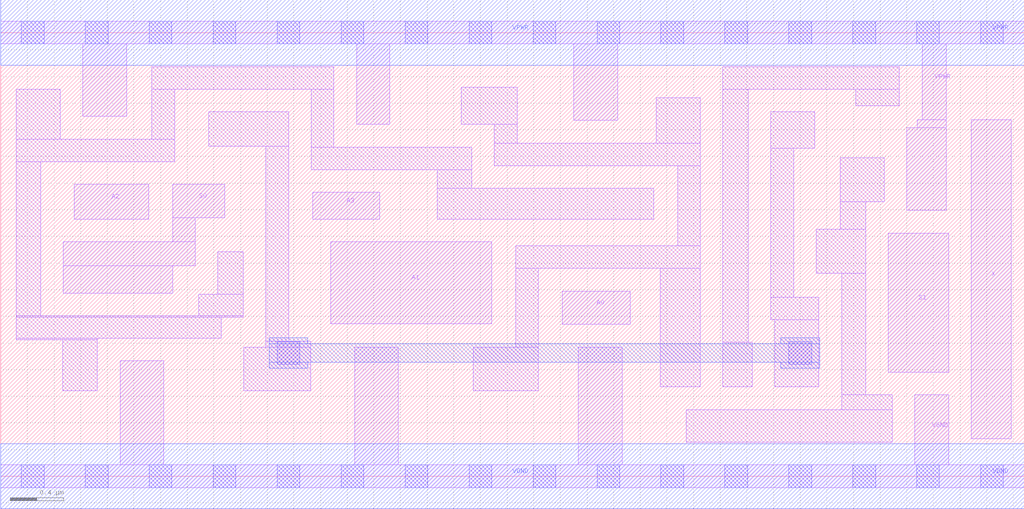
<source format=lef>
# Copyright 2020 The SkyWater PDK Authors
#
# Licensed under the Apache License, Version 2.0 (the "License");
# you may not use this file except in compliance with the License.
# You may obtain a copy of the License at
#
#     https://www.apache.org/licenses/LICENSE-2.0
#
# Unless required by applicable law or agreed to in writing, software
# distributed under the License is distributed on an "AS IS" BASIS,
# WITHOUT WARRANTIES OR CONDITIONS OF ANY KIND, either express or implied.
# See the License for the specific language governing permissions and
# limitations under the License.
#
# SPDX-License-Identifier: Apache-2.0

VERSION 5.7 ;
  NAMESCASESENSITIVE ON ;
  NOWIREEXTENSIONATPIN ON ;
  DIVIDERCHAR "/" ;
  BUSBITCHARS "[]" ;
UNITS
  DATABASE MICRONS 200 ;
END UNITS
MACRO sky130_fd_sc_lp__mux4_0
  CLASS CORE ;
  SOURCE USER ;
  FOREIGN sky130_fd_sc_lp__mux4_0 ;
  ORIGIN  0.000000  0.000000 ;
  SIZE  7.680000 BY  3.330000 ;
  SYMMETRY X Y R90 ;
  SITE unit ;
  PIN A0
    ANTENNAGATEAREA  0.126000 ;
    DIRECTION INPUT ;
    USE SIGNAL ;
    PORT
      LAYER li1 ;
        RECT 4.215000 1.140000 4.725000 1.390000 ;
    END
  END A0
  PIN A1
    ANTENNAGATEAREA  0.126000 ;
    DIRECTION INPUT ;
    USE SIGNAL ;
    PORT
      LAYER li1 ;
        RECT 2.475000 1.145000 3.685000 1.760000 ;
    END
  END A1
  PIN A2
    ANTENNAGATEAREA  0.126000 ;
    DIRECTION INPUT ;
    USE SIGNAL ;
    PORT
      LAYER li1 ;
        RECT 0.550000 1.930000 1.110000 2.190000 ;
    END
  END A2
  PIN A3
    ANTENNAGATEAREA  0.126000 ;
    DIRECTION INPUT ;
    USE SIGNAL ;
    PORT
      LAYER li1 ;
        RECT 2.340000 1.930000 2.845000 2.130000 ;
    END
  END A3
  PIN S0
    ANTENNAGATEAREA  0.378000 ;
    DIRECTION INPUT ;
    USE SIGNAL ;
    PORT
      LAYER li1 ;
        RECT 0.470000 1.375000 1.290000 1.580000 ;
        RECT 0.470000 1.580000 1.460000 1.760000 ;
        RECT 1.290000 1.760000 1.460000 1.940000 ;
        RECT 1.290000 1.940000 1.680000 2.190000 ;
    END
  END S0
  PIN S1
    ANTENNAGATEAREA  0.252000 ;
    DIRECTION INPUT ;
    USE SIGNAL ;
    PORT
      LAYER li1 ;
        RECT 6.660000 0.780000 7.115000 1.825000 ;
    END
  END S1
  PIN X
    ANTENNADIFFAREA  0.280900 ;
    DIRECTION OUTPUT ;
    USE SIGNAL ;
    PORT
      LAYER li1 ;
        RECT 7.285000 0.280000 7.585000 2.675000 ;
    END
  END X
  PIN VGND
    DIRECTION INOUT ;
    USE GROUND ;
    PORT
      LAYER li1 ;
        RECT 0.000000 -0.085000 7.680000 0.085000 ;
        RECT 0.895000  0.085000 1.225000 0.865000 ;
        RECT 2.655000  0.085000 2.985000 0.970000 ;
        RECT 4.335000  0.085000 4.665000 0.970000 ;
        RECT 6.860000  0.085000 7.115000 0.610000 ;
      LAYER mcon ;
        RECT 0.155000 -0.085000 0.325000 0.085000 ;
        RECT 0.635000 -0.085000 0.805000 0.085000 ;
        RECT 1.115000 -0.085000 1.285000 0.085000 ;
        RECT 1.595000 -0.085000 1.765000 0.085000 ;
        RECT 2.075000 -0.085000 2.245000 0.085000 ;
        RECT 2.555000 -0.085000 2.725000 0.085000 ;
        RECT 3.035000 -0.085000 3.205000 0.085000 ;
        RECT 3.515000 -0.085000 3.685000 0.085000 ;
        RECT 3.995000 -0.085000 4.165000 0.085000 ;
        RECT 4.475000 -0.085000 4.645000 0.085000 ;
        RECT 4.955000 -0.085000 5.125000 0.085000 ;
        RECT 5.435000 -0.085000 5.605000 0.085000 ;
        RECT 5.915000 -0.085000 6.085000 0.085000 ;
        RECT 6.395000 -0.085000 6.565000 0.085000 ;
        RECT 6.875000 -0.085000 7.045000 0.085000 ;
        RECT 7.355000 -0.085000 7.525000 0.085000 ;
      LAYER met1 ;
        RECT 0.000000 -0.245000 7.680000 0.245000 ;
    END
  END VGND
  PIN VPWR
    DIRECTION INOUT ;
    USE POWER ;
    PORT
      LAYER li1 ;
        RECT 0.000000 3.245000 7.680000 3.415000 ;
        RECT 0.615000 2.700000 0.945000 3.245000 ;
        RECT 2.670000 2.640000 2.920000 3.245000 ;
        RECT 4.300000 2.670000 4.630000 3.245000 ;
        RECT 6.800000 1.995000 7.095000 2.615000 ;
        RECT 6.880000 2.615000 7.095000 2.675000 ;
        RECT 6.915000 2.675000 7.095000 3.245000 ;
      LAYER mcon ;
        RECT 0.155000 3.245000 0.325000 3.415000 ;
        RECT 0.635000 3.245000 0.805000 3.415000 ;
        RECT 1.115000 3.245000 1.285000 3.415000 ;
        RECT 1.595000 3.245000 1.765000 3.415000 ;
        RECT 2.075000 3.245000 2.245000 3.415000 ;
        RECT 2.555000 3.245000 2.725000 3.415000 ;
        RECT 3.035000 3.245000 3.205000 3.415000 ;
        RECT 3.515000 3.245000 3.685000 3.415000 ;
        RECT 3.995000 3.245000 4.165000 3.415000 ;
        RECT 4.475000 3.245000 4.645000 3.415000 ;
        RECT 4.955000 3.245000 5.125000 3.415000 ;
        RECT 5.435000 3.245000 5.605000 3.415000 ;
        RECT 5.915000 3.245000 6.085000 3.415000 ;
        RECT 6.395000 3.245000 6.565000 3.415000 ;
        RECT 6.875000 3.245000 7.045000 3.415000 ;
        RECT 7.355000 3.245000 7.525000 3.415000 ;
      LAYER met1 ;
        RECT 0.000000 3.085000 7.680000 3.575000 ;
    END
  END VPWR
  OBS
    LAYER li1 ;
      RECT 0.115000 1.025000 0.725000 1.035000 ;
      RECT 0.115000 1.035000 1.655000 1.195000 ;
      RECT 0.115000 1.195000 1.820000 1.205000 ;
      RECT 0.115000 1.205000 0.300000 2.360000 ;
      RECT 0.115000 2.360000 1.305000 2.530000 ;
      RECT 0.115000 2.530000 0.445000 2.905000 ;
      RECT 0.465000 0.640000 0.725000 1.025000 ;
      RECT 1.135000 2.530000 1.305000 2.905000 ;
      RECT 1.135000 2.905000 2.500000 3.075000 ;
      RECT 1.485000 1.205000 1.820000 1.365000 ;
      RECT 1.560000 2.475000 2.160000 2.735000 ;
      RECT 1.630000 1.365000 1.820000 1.685000 ;
      RECT 1.825000 0.640000 2.325000 0.970000 ;
      RECT 1.990000 0.970000 2.325000 1.015000 ;
      RECT 1.990000 1.015000 2.160000 2.475000 ;
      RECT 2.330000 2.300000 3.535000 2.470000 ;
      RECT 2.330000 2.470000 2.500000 2.905000 ;
      RECT 3.275000 1.930000 4.900000 2.160000 ;
      RECT 3.275000 2.160000 3.535000 2.300000 ;
      RECT 3.455000 2.640000 3.875000 2.920000 ;
      RECT 3.545000 0.640000 4.035000 0.970000 ;
      RECT 3.705000 2.330000 5.250000 2.500000 ;
      RECT 3.705000 2.500000 3.875000 2.640000 ;
      RECT 3.865000 0.970000 4.035000 1.560000 ;
      RECT 3.865000 1.560000 5.250000 1.730000 ;
      RECT 4.920000 2.500000 5.250000 2.840000 ;
      RECT 4.950000 0.670000 5.250000 1.560000 ;
      RECT 5.080000 1.730000 5.250000 2.330000 ;
      RECT 5.145000 0.255000 6.690000 0.500000 ;
      RECT 5.420000 0.670000 5.640000 1.005000 ;
      RECT 5.420000 1.005000 5.610000 2.905000 ;
      RECT 5.420000 2.905000 6.745000 3.075000 ;
      RECT 5.780000 1.175000 6.140000 1.345000 ;
      RECT 5.780000 1.345000 5.950000 2.460000 ;
      RECT 5.780000 2.460000 6.110000 2.735000 ;
      RECT 5.810000 0.670000 6.140000 1.175000 ;
      RECT 6.120000 1.525000 6.490000 1.855000 ;
      RECT 6.300000 1.855000 6.490000 2.060000 ;
      RECT 6.300000 2.060000 6.630000 2.390000 ;
      RECT 6.310000 0.500000 6.690000 0.610000 ;
      RECT 6.310000 0.610000 6.490000 1.525000 ;
      RECT 6.415000 2.780000 6.745000 2.905000 ;
    LAYER mcon ;
      RECT 2.075000 0.840000 2.245000 1.010000 ;
      RECT 5.915000 0.840000 6.085000 1.010000 ;
    LAYER met1 ;
      RECT 2.015000 0.810000 2.305000 0.855000 ;
      RECT 2.015000 0.855000 6.145000 0.995000 ;
      RECT 2.015000 0.995000 2.305000 1.040000 ;
      RECT 5.855000 0.810000 6.145000 0.855000 ;
      RECT 5.855000 0.995000 6.145000 1.040000 ;
  END
END sky130_fd_sc_lp__mux4_0

</source>
